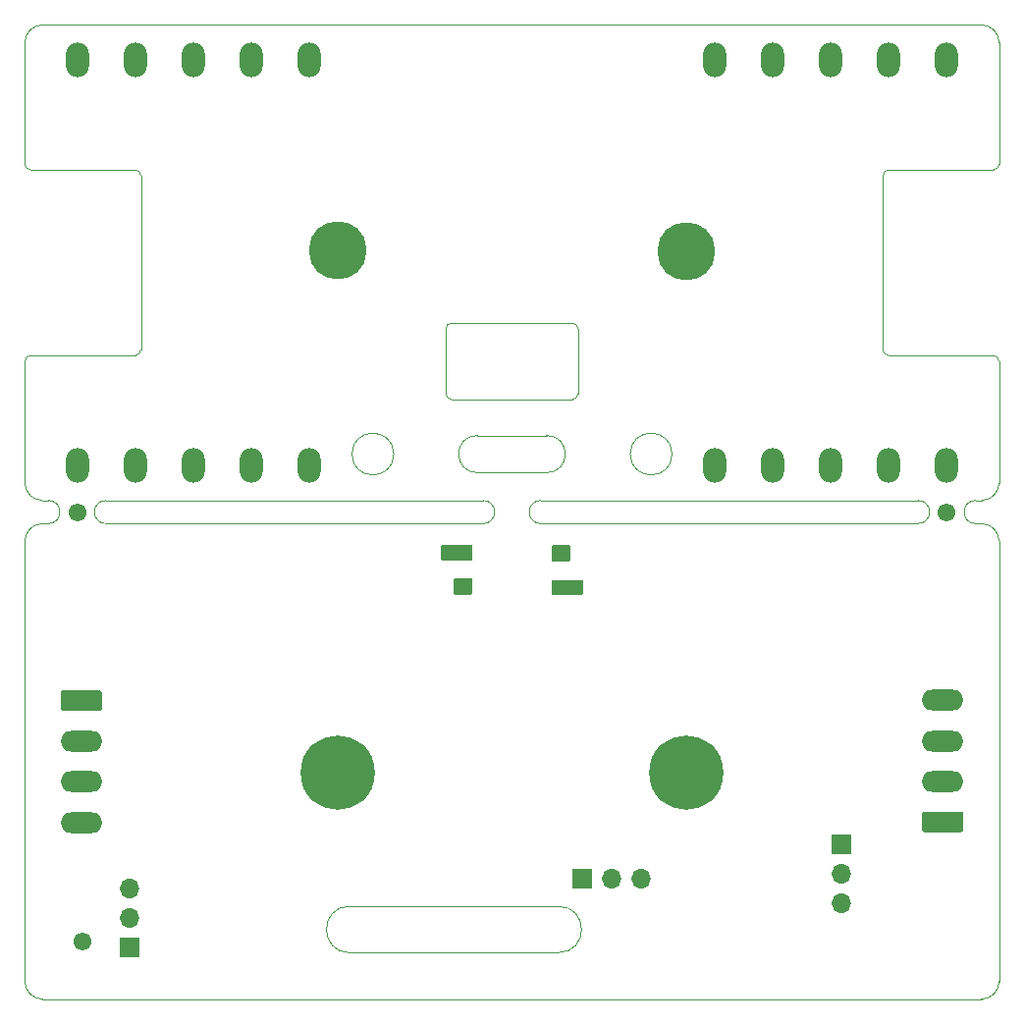
<source format=gbs>
G04 #@! TF.GenerationSoftware,KiCad,Pcbnew,6.0.10+dfsg-1~bpo11+1*
G04 #@! TF.CreationDate,2025-01-07T03:16:20+00:00*
G04 #@! TF.ProjectId,project,70726f6a-6563-4742-9e6b-696361645f70,rev?*
G04 #@! TF.SameCoordinates,Original*
G04 #@! TF.FileFunction,Soldermask,Bot*
G04 #@! TF.FilePolarity,Negative*
%FSLAX46Y46*%
G04 Gerber Fmt 4.6, Leading zero omitted, Abs format (unit mm)*
G04 Created by KiCad (PCBNEW 6.0.10+dfsg-1~bpo11+1) date 2025-01-07 03:16:20*
%MOMM*%
%LPD*%
G01*
G04 APERTURE LIST*
G04 #@! TA.AperFunction,Profile*
%ADD10C,0.100000*%
G04 #@! TD*
%ADD11O,2.000000X3.000000*%
%ADD12O,3.600000X1.800000*%
%ADD13C,5.000000*%
%ADD14C,6.400000*%
%ADD15C,0.900000*%
%ADD16C,1.552000*%
%ADD17R,1.700000X1.700000*%
%ADD18O,1.700000X1.700000*%
G04 APERTURE END LIST*
D10*
X208262500Y-111537500D02*
G75*
G03*
X208262500Y-113537500I0J-1000000D01*
G01*
X127762500Y-70537500D02*
G75*
G03*
X126262500Y-72037500I0J-1500000D01*
G01*
X127762500Y-113537500D02*
X128262500Y-113537500D01*
X172262500Y-150537500D02*
G75*
G03*
X172262500Y-146537500I0J2000000D01*
G01*
X171262500Y-109137500D02*
G75*
G03*
X171262500Y-105937500I0J1600000D01*
G01*
X133262500Y-113537500D02*
X165762500Y-113537500D01*
X173462500Y-102837500D02*
X163062500Y-102837500D01*
X165262500Y-105937500D02*
G75*
G03*
X165262500Y-109137500I0J-1600000D01*
G01*
X210262500Y-72037500D02*
G75*
G03*
X208762500Y-70537500I-1500000J0D01*
G01*
X126262500Y-99537500D02*
X126262500Y-110037500D01*
X165762500Y-111537500D02*
X133262500Y-111537500D01*
X200262500Y-98537500D02*
X200262500Y-83537500D01*
X208762500Y-154537500D02*
G75*
G03*
X210262500Y-153037500I0J1500000D01*
G01*
X203262500Y-111537500D02*
X170762500Y-111537500D01*
X126262500Y-153037500D02*
X126262500Y-115037500D01*
X200762500Y-83037500D02*
X209762500Y-83037500D01*
X210262500Y-115037500D02*
X210262500Y-153037500D01*
X127762500Y-113537500D02*
G75*
G03*
X126262500Y-115037500I0J-1500000D01*
G01*
X208762500Y-70537500D02*
X127762500Y-70537500D01*
X182062500Y-107537500D02*
G75*
G03*
X182062500Y-107537500I-1800000J0D01*
G01*
X133262500Y-111537500D02*
G75*
G03*
X133262500Y-113537500I0J-1000000D01*
G01*
X162562500Y-102337500D02*
X162562500Y-96737500D01*
X173962500Y-96737500D02*
G75*
G03*
X173462500Y-96237500I-500000J0D01*
G01*
X209762500Y-99037500D02*
X200762500Y-99037500D01*
X163062500Y-96237500D02*
G75*
G03*
X162562500Y-96737500I0J-500000D01*
G01*
X158062500Y-107537500D02*
G75*
G03*
X158062500Y-107537500I-1800000J0D01*
G01*
X135762500Y-99037500D02*
G75*
G03*
X136262500Y-98537500I0J500000D01*
G01*
X173462500Y-102837500D02*
G75*
G03*
X173962500Y-102337500I0J500000D01*
G01*
X165262500Y-105937500D02*
X171262500Y-105937500D01*
X200262500Y-98537500D02*
G75*
G03*
X200762500Y-99037500I500000J0D01*
G01*
X135762500Y-99037500D02*
X126762500Y-99037500D01*
X170762500Y-113537500D02*
X203262500Y-113537500D01*
X126262500Y-110037500D02*
G75*
G03*
X127762500Y-111537500I1500000J0D01*
G01*
X210262500Y-82537500D02*
X210262500Y-72037500D01*
X172262500Y-150537500D02*
X154262500Y-150537500D01*
X126262500Y-82537500D02*
G75*
G03*
X126762500Y-83037500I500000J0D01*
G01*
X208762500Y-111537500D02*
X208262500Y-111537500D01*
X126262500Y-153037500D02*
G75*
G03*
X127762500Y-154537500I1500000J0D01*
G01*
X171262500Y-109137500D02*
X165262500Y-109137500D01*
X154262500Y-146537500D02*
X172262500Y-146537500D01*
X165762500Y-113537500D02*
G75*
G03*
X165762500Y-111537500I0J1000000D01*
G01*
X126762500Y-99037500D02*
G75*
G03*
X126262500Y-99537500I0J-500000D01*
G01*
X208262500Y-113537500D02*
X208762500Y-113537500D01*
X200762500Y-83037500D02*
G75*
G03*
X200262500Y-83537500I0J-500000D01*
G01*
X203262500Y-113537500D02*
G75*
G03*
X203262500Y-111537500I0J1000000D01*
G01*
X173962500Y-96737500D02*
X173962500Y-102337500D01*
X208762500Y-111537500D02*
G75*
G03*
X210262500Y-110037500I0J1500000D01*
G01*
X136262500Y-83537500D02*
X136262500Y-98537500D01*
X128262500Y-113537500D02*
G75*
G03*
X128262500Y-111537500I0J1000000D01*
G01*
X170762500Y-111537500D02*
G75*
G03*
X170762500Y-113537500I0J-1000000D01*
G01*
X126262500Y-72037500D02*
X126262500Y-82537500D01*
X154262500Y-146537500D02*
G75*
G03*
X154262500Y-150537500I0J-2000000D01*
G01*
X210262500Y-115037500D02*
G75*
G03*
X208762500Y-113537500I-1500000J0D01*
G01*
X209762500Y-83037500D02*
G75*
G03*
X210262500Y-82537500I0J500000D01*
G01*
X136262500Y-83537500D02*
G75*
G03*
X135762500Y-83037500I-500000J0D01*
G01*
X210262500Y-99537500D02*
X210262500Y-110037500D01*
X163062500Y-96237500D02*
X173462500Y-96237500D01*
X127762500Y-111537500D02*
X128262500Y-111537500D01*
X126762500Y-83037500D02*
X135762500Y-83037500D01*
X162562500Y-102337500D02*
G75*
G03*
X163062500Y-102837500I500000J0D01*
G01*
X208762500Y-154537500D02*
X127762500Y-154537500D01*
X210262500Y-99537500D02*
G75*
G03*
X209762500Y-99037500I-500000J0D01*
G01*
D11*
X205762500Y-73537500D03*
X185762500Y-73537500D03*
X130762500Y-108537500D03*
X135762500Y-108537500D03*
X150762500Y-108537500D03*
X205762500Y-108537500D03*
X150762500Y-73537500D03*
X200762500Y-73537500D03*
X200762500Y-108537500D03*
X145762500Y-108537500D03*
X190762500Y-73537500D03*
G36*
G01*
X173287500Y-115477500D02*
X173287500Y-116737500D01*
G75*
G02*
X173217500Y-116807500I-70000J0D01*
G01*
X171757500Y-116807500D01*
G75*
G02*
X171687500Y-116737500I0J70000D01*
G01*
X171687500Y-115477500D01*
G75*
G02*
X171757500Y-115407500I70000J0D01*
G01*
X173217500Y-115407500D01*
G75*
G02*
X173287500Y-115477500I0J-70000D01*
G01*
G37*
G36*
G01*
X164862500Y-115452500D02*
X164862500Y-116622500D01*
G75*
G02*
X164797500Y-116687500I-65000J0D01*
G01*
X162227500Y-116687500D01*
G75*
G02*
X162162500Y-116622500I0J65000D01*
G01*
X162162500Y-115452500D01*
G75*
G02*
X162227500Y-115387500I65000J0D01*
G01*
X164797500Y-115387500D01*
G75*
G02*
X164862500Y-115452500I0J-65000D01*
G01*
G37*
G36*
G01*
X174362500Y-118452500D02*
X174362500Y-119622500D01*
G75*
G02*
X174297500Y-119687500I-65000J0D01*
G01*
X171727500Y-119687500D01*
G75*
G02*
X171662500Y-119622500I0J65000D01*
G01*
X171662500Y-118452500D01*
G75*
G02*
X171727500Y-118387500I65000J0D01*
G01*
X174297500Y-118387500D01*
G75*
G02*
X174362500Y-118452500I0J-65000D01*
G01*
G37*
G36*
G01*
X164837500Y-118337500D02*
X164837500Y-119597500D01*
G75*
G02*
X164767500Y-119667500I-70000J0D01*
G01*
X163307500Y-119667500D01*
G75*
G02*
X163237500Y-119597500I0J70000D01*
G01*
X163237500Y-118337500D01*
G75*
G02*
X163307500Y-118267500I70000J0D01*
G01*
X164767500Y-118267500D01*
G75*
G02*
X164837500Y-118337500I0J-70000D01*
G01*
G37*
X185762500Y-108537500D03*
X195762500Y-108537500D03*
G36*
G01*
X206955000Y-140170000D02*
X203855000Y-140170000D01*
G75*
G02*
X203605000Y-139920000I0J250000D01*
G01*
X203605000Y-138620000D01*
G75*
G02*
X203855000Y-138370000I250000J0D01*
G01*
X206955000Y-138370000D01*
G75*
G02*
X207205000Y-138620000I0J-250000D01*
G01*
X207205000Y-139920000D01*
G75*
G02*
X206955000Y-140170000I-250000J0D01*
G01*
G37*
D12*
X205405000Y-135770000D03*
X205405000Y-132270000D03*
X205405000Y-128770000D03*
D13*
X183262500Y-90037500D03*
D11*
X190762500Y-108537500D03*
X135762500Y-73537500D03*
X145762500Y-73537500D03*
D14*
X153262500Y-135037500D03*
D15*
X151565444Y-133340444D03*
X150862500Y-135037500D03*
X153262500Y-132637500D03*
X153262500Y-137437500D03*
X154959556Y-133340444D03*
X154959556Y-136734556D03*
X155662500Y-135037500D03*
X151565444Y-136734556D03*
D11*
X195762500Y-73537500D03*
D16*
X205762500Y-112537500D03*
D15*
X183262500Y-137437500D03*
X181565444Y-133340444D03*
X180862500Y-135037500D03*
X183262500Y-132637500D03*
X185662500Y-135037500D03*
X184959556Y-133340444D03*
X184959556Y-136734556D03*
X181565444Y-136734556D03*
D14*
X183262500Y-135037500D03*
D16*
X130762500Y-112537500D03*
D11*
X130762500Y-73537500D03*
D13*
X153262500Y-90012500D03*
D11*
X140762500Y-73537500D03*
G36*
G01*
X129570000Y-127905000D02*
X132670000Y-127905000D01*
G75*
G02*
X132920000Y-128155000I0J-250000D01*
G01*
X132920000Y-129455000D01*
G75*
G02*
X132670000Y-129705000I-250000J0D01*
G01*
X129570000Y-129705000D01*
G75*
G02*
X129320000Y-129455000I0J250000D01*
G01*
X129320000Y-128155000D01*
G75*
G02*
X129570000Y-127905000I250000J0D01*
G01*
G37*
D12*
X131120000Y-132305000D03*
X131120000Y-135805000D03*
X131120000Y-139305000D03*
D11*
X140762500Y-108537500D03*
D16*
X131262500Y-149537500D03*
D17*
X135292500Y-150082500D03*
D18*
X135292500Y-147542500D03*
X135292500Y-145002500D03*
D17*
X174275000Y-144137500D03*
D18*
X176815000Y-144137500D03*
X179355000Y-144137500D03*
D17*
X196662500Y-141197500D03*
D18*
X196662500Y-143737500D03*
X196662500Y-146277500D03*
M02*

</source>
